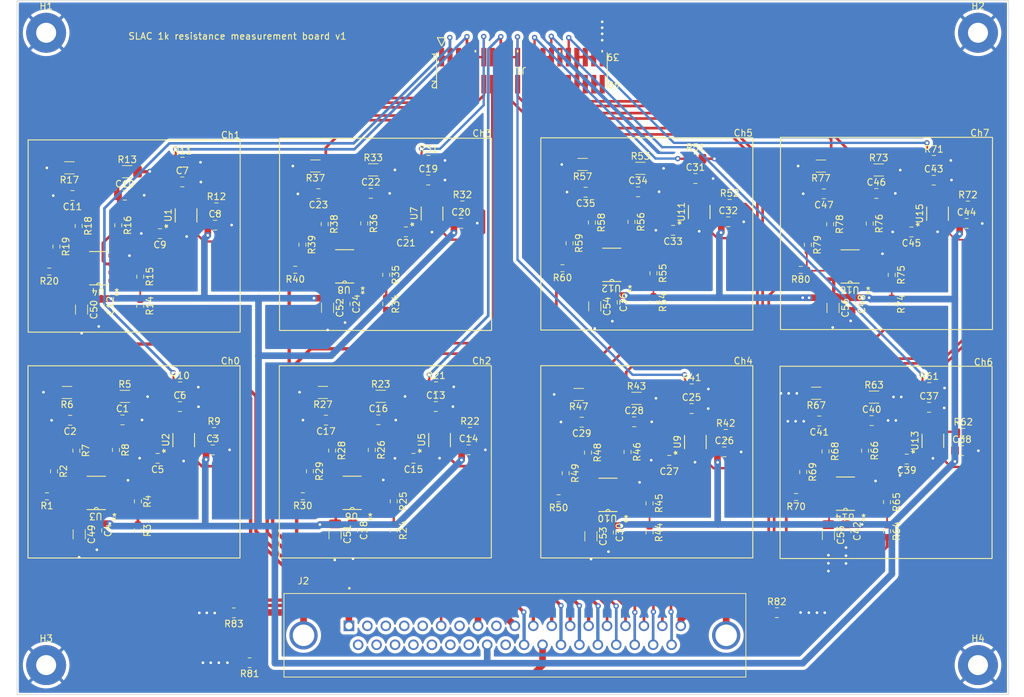
<source format=kicad_pcb>
(kicad_pcb (version 20221018) (generator pcbnew)

  (general
    (thickness 1.6)
  )

  (paper "A4")
  (layers
    (0 "F.Cu" signal)
    (31 "B.Cu" signal)
    (32 "B.Adhes" user "B.Adhesive")
    (33 "F.Adhes" user "F.Adhesive")
    (34 "B.Paste" user)
    (35 "F.Paste" user)
    (36 "B.SilkS" user "B.Silkscreen")
    (37 "F.SilkS" user "F.Silkscreen")
    (38 "B.Mask" user)
    (39 "F.Mask" user)
    (40 "Dwgs.User" user "User.Drawings")
    (41 "Cmts.User" user "User.Comments")
    (42 "Eco1.User" user "User.Eco1")
    (43 "Eco2.User" user "User.Eco2")
    (44 "Edge.Cuts" user)
    (45 "Margin" user)
    (46 "B.CrtYd" user "B.Courtyard")
    (47 "F.CrtYd" user "F.Courtyard")
    (48 "B.Fab" user)
    (49 "F.Fab" user)
    (50 "User.1" user)
    (51 "User.2" user)
    (52 "User.3" user)
    (53 "User.4" user)
    (54 "User.5" user)
    (55 "User.6" user)
    (56 "User.7" user)
    (57 "User.8" user)
    (58 "User.9" user)
  )

  (setup
    (stackup
      (layer "F.SilkS" (type "Top Silk Screen"))
      (layer "F.Paste" (type "Top Solder Paste"))
      (layer "F.Mask" (type "Top Solder Mask") (thickness 0.01))
      (layer "F.Cu" (type "copper") (thickness 0.035))
      (layer "dielectric 1" (type "core") (thickness 1.51) (material "FR4") (epsilon_r 4.5) (loss_tangent 0.02))
      (layer "B.Cu" (type "copper") (thickness 0.035))
      (layer "B.Mask" (type "Bottom Solder Mask") (thickness 0.01))
      (layer "B.Paste" (type "Bottom Solder Paste"))
      (layer "B.SilkS" (type "Bottom Silk Screen"))
      (copper_finish "None")
      (dielectric_constraints no)
    )
    (pad_to_mask_clearance 0)
    (pcbplotparams
      (layerselection 0x00010fc_ffffffff)
      (plot_on_all_layers_selection 0x0000000_00000000)
      (disableapertmacros false)
      (usegerberextensions false)
      (usegerberattributes true)
      (usegerberadvancedattributes true)
      (creategerberjobfile true)
      (dashed_line_dash_ratio 12.000000)
      (dashed_line_gap_ratio 3.000000)
      (svgprecision 4)
      (plotframeref false)
      (viasonmask false)
      (mode 1)
      (useauxorigin false)
      (hpglpennumber 1)
      (hpglpenspeed 20)
      (hpglpendiameter 15.000000)
      (dxfpolygonmode true)
      (dxfimperialunits true)
      (dxfusepcbnewfont true)
      (psnegative false)
      (psa4output false)
      (plotreference true)
      (plotvalue true)
      (plotinvisibletext false)
      (sketchpadsonfab false)
      (subtractmaskfromsilk false)
      (outputformat 1)
      (mirror false)
      (drillshape 1)
      (scaleselection 1)
      (outputdirectory "")
    )
  )

  (net 0 "")
  (net 1 "/InA_0")
  (net 2 "GND")
  (net 3 "/InB_0")
  (net 4 "Vs")
  (net 5 "Net-(U2-FILTER)")
  (net 6 "/2.5V_0")
  (net 7 "/2.5V_1")
  (net 8 "Net-(U1-FILTER)")
  (net 9 "/InA_1")
  (net 10 "/InB_1")
  (net 11 "/2.5V_2")
  (net 12 "Net-(U5-FILTER)")
  (net 13 "/InA_2")
  (net 14 "/InB_2")
  (net 15 "/2.5V_3")
  (net 16 "Net-(U7-FILTER)")
  (net 17 "/InA_3")
  (net 18 "/InB_3")
  (net 19 "/2.5V_4")
  (net 20 "Net-(U9-FILTER)")
  (net 21 "/InA_4")
  (net 22 "/InB_4")
  (net 23 "/2.5V_5")
  (net 24 "Net-(U11-FILTER)")
  (net 25 "/InA_5")
  (net 26 "/InB_5")
  (net 27 "/2.5V_6")
  (net 28 "Net-(U13-FILTER)")
  (net 29 "/InA_6")
  (net 30 "/InB_6")
  (net 31 "/2.5V_7")
  (net 32 "Net-(U15-FILTER)")
  (net 33 "/InA_7")
  (net 34 "/InB_7")
  (net 35 "/gnd")
  (net 36 "/N{slash}C")
  (net 37 "/AIN70")
  (net 38 "/AIN68")
  (net 39 "/AIN66")
  (net 40 "/Vmux-")
  (net 41 "/AIN62")
  (net 42 "/AIN61")
  (net 43 "/AIN59")
  (net 44 "/AIN57")
  (net 45 "/AIN55")
  (net 46 "/AIN53")
  (net 47 "/AIN51")
  (net 48 "/AIN49")
  (net 49 "/AIN71")
  (net 50 "/AIN69")
  (net 51 "/AIN67")
  (net 52 "/AIN65")
  (net 53 "/Vmux+")
  (net 54 "/AIN63")
  (net 55 "/AGND")
  (net 56 "/AIN60")
  (net 57 "/AIN58")
  (net 58 "/AIN56")
  (net 59 "/AIN54")
  (net 60 "/AIN52")
  (net 61 "/AIN50")
  (net 62 "/AIN48")
  (net 63 "Net-(U3-OUTB)")
  (net 64 "Net-(U3-INB-)")
  (net 65 "Net-(U3-OUTA)")
  (net 66 "Net-(U3-INA-)")
  (net 67 "Net-(U3-INB+)")
  (net 68 "Net-(U3-INA+)")
  (net 69 "Net-(U2-EN)")
  (net 70 "Net-(U1-EN)")
  (net 71 "Net-(U4-OUTA)")
  (net 72 "Net-(U4-INA-)")
  (net 73 "Net-(U4-INA+)")
  (net 74 "Net-(U4-INB+)")
  (net 75 "Net-(U4-INB-)")
  (net 76 "Net-(U4-OUTB)")
  (net 77 "Net-(U5-EN)")
  (net 78 "Net-(U6-OUTA)")
  (net 79 "Net-(U6-INA-)")
  (net 80 "Net-(U6-INA+)")
  (net 81 "Net-(U6-INB+)")
  (net 82 "Net-(U6-INB-)")
  (net 83 "Net-(U6-OUTB)")
  (net 84 "Net-(U7-EN)")
  (net 85 "Net-(U8-OUTA)")
  (net 86 "Net-(U8-INA-)")
  (net 87 "Net-(U8-INA+)")
  (net 88 "Net-(U8-INB+)")
  (net 89 "Net-(U8-INB-)")
  (net 90 "Net-(U8-OUTB)")
  (net 91 "Net-(U9-EN)")
  (net 92 "Net-(U10-OUTA)")
  (net 93 "Net-(U10-INA-)")
  (net 94 "Net-(U10-INA+)")
  (net 95 "Net-(U10-INB+)")
  (net 96 "Net-(U10-INB-)")
  (net 97 "Net-(U10-OUTB)")
  (net 98 "Net-(U11-EN)")
  (net 99 "Net-(U12-OUTA)")
  (net 100 "Net-(U12-INA-)")
  (net 101 "Net-(U12-INA+)")
  (net 102 "Net-(U12-INB+)")
  (net 103 "Net-(U12-INB-)")
  (net 104 "Net-(U12-OUTB)")
  (net 105 "Net-(U13-EN)")
  (net 106 "Net-(U14-OUTA)")
  (net 107 "Net-(U14-INA-)")
  (net 108 "Net-(U14-INA+)")
  (net 109 "Net-(U14-INB+)")
  (net 110 "Net-(U14-INB-)")
  (net 111 "Net-(U14-OUTB)")
  (net 112 "Net-(U15-EN)")
  (net 113 "Net-(U16-OUTA)")
  (net 114 "Net-(U16-INA-)")
  (net 115 "Net-(U16-INA+)")
  (net 116 "Net-(U16-INB+)")
  (net 117 "Net-(U16-INB-)")
  (net 118 "Net-(U16-OUTB)")
  (net 119 "/AIN64")

  (footprint "Resistor_SMD:R_1206_3216Metric_Pad1.30x1.75mm_HandSolder" (layer "F.Cu") (at 122.57945 105.0347 180))

  (footprint "Capacitor_SMD:C_0805_2012Metric_Pad1.18x1.45mm_HandSolder" (layer "F.Cu") (at 169.34085 109.4524))

  (footprint "Capacitor_SMD:C_0805_2012Metric_Pad1.18x1.45mm_HandSolder" (layer "F.Cu") (at 130.91065 109.1495))

  (footprint "Resistor_SMD:R_0805_2012Metric_Pad1.20x1.40mm_HandSolder" (layer "F.Cu") (at 111.5728 145.6436 180))

  (footprint "Resistor_SMD:R_1206_3216Metric_Pad1.30x1.75mm_HandSolder" (layer "F.Cu") (at 131.26625 105.6189))

  (footprint "Resistor_SMD:R_1206_3216Metric_Pad1.30x1.75mm_HandSolder" (layer "F.Cu") (at 170.28065 71.3632))

  (footprint "Capacitor_SMD:C_0805_2012Metric_Pad1.18x1.45mm_HandSolder" (layer "F.Cu") (at 165.48005 126.064 -90))

  (footprint "Capacitor_SMD:C_0805_2012Metric_Pad1.18x1.45mm_HandSolder" (layer "F.Cu") (at 106.023648 113.669399))

  (footprint "Capacitor_SMD:C_1206_3216Metric_Pad1.33x1.80mm_HandSolder" (layer "F.Cu") (at 123.279349 92.3182 -90))

  (footprint "Resistor_SMD:R_0603_1608Metric_Pad0.98x0.95mm_HandSolder" (layer "F.Cu") (at 159.63805 82.6154 -90))

  (footprint "DownloadedParts:D8" (layer "F.Cu") (at 165.40385 120.4252 180))

  (footprint "Capacitor_SMD:C_0805_2012Metric_Pad1.18x1.45mm_HandSolder" (layer "F.Cu") (at 197.1548 109.3216 180))

  (footprint "Resistor_SMD:R_0603_1608Metric_Pad0.98x0.95mm_HandSolder" (layer "F.Cu") (at 123.97645 113.7723 -90))

  (footprint "Resistor_SMD:R_0603_1608Metric_Pad0.98x0.95mm_HandSolder" (layer "F.Cu") (at 204.7349 79.660824 -90))

  (footprint "DownloadedParts:D8" (layer "F.Cu") (at 201.0918 120.2436 180))

  (footprint "Resistor_SMD:R_0603_1608Metric_Pad0.98x0.95mm_HandSolder" (layer "F.Cu") (at 118.426049 86.6032 180))

  (footprint "Capacitor_SMD:C_0805_2012Metric_Pad1.18x1.45mm_HandSolder" (layer "F.Cu") (at 125.920949 91.734 -90))

  (footprint "Capacitor_SMD:C_0805_2012Metric_Pad1.18x1.45mm_HandSolder" (layer "F.Cu") (at 101.121448 104.195199))

  (footprint "DownloadedParts:D8" (layer "F.Cu") (at 88.533249 120.133699 180))

  (footprint "Capacitor_SMD:C_0805_2012Metric_Pad1.18x1.45mm_HandSolder" (layer "F.Cu") (at 92.470249 109.160899))

  (footprint "Capacitor_SMD:C_0805_2012Metric_Pad1.18x1.45mm_HandSolder" (layer "F.Cu") (at 84.951701 75.4507 180))

  (footprint "DownloadedParts:D8" (layer "F.Cu") (at 165.98805 85.8666 180))

  (footprint "Capacitor_SMD:C_0805_2012Metric_Pad1.18x1.45mm_HandSolder" (layer "F.Cu") (at 127.04985 125.7611 -90))

  (footprint "Resistor_SMD:R_0603_1608Metric_Pad0.98x0.95mm_HandSolder" (layer "F.Cu") (at 162.99085 79.5166 -90))

  (footprint "Resistor_SMD:R_0603_1608Metric_Pad0.98x0.95mm_HandSolder" (layer "F.Cu") (at 85.536049 113.783699 -90))

  (footprint "Capacitor_SMD:C_1206_3216Metric_Pad1.33x1.80mm_HandSolder" (layer "F.Cu") (at 198.5264 126.4666 -90))

  (footprint "Capacitor_SMD:C_0805_2012Metric_Pad1.18x1.45mm_HandSolder" (layer "F.Cu") (at 135.054748 80.9009 180))

  (footprint "Capacitor_SMD:C_0805_2012Metric_Pad1.18x1.45mm_HandSolder" (layer "F.Cu") (at 178.576249 69.9281))

  (footprint "Capacitor_SMD:C_0805_2012Metric_Pad1.18x1.45mm_HandSolder" (layer "F.Cu") (at 214.351299 73.145724))

  (footprint "Capacitor_SMD:C_0805_2012Metric_Pad1.18x1.45mm_HandSolder" (layer "F.Cu") (at 138.432948 70.1567))

  (footprint "Resistor_SMD:R_0603_1608Metric_Pad0.98x0.95mm_HandSolder" (layer "F.Cu") (at 119.494749 82.844 -90))

  (footprint "Capacitor_SMD:C_1206_3216Metric_Pad1.33x1.80mm_HandSolder" (layer "F.Cu") (at 199.2231 92.335424 -90))

  (footprint "Capacitor_SMD:C_0805_2012Metric_Pad1.18x1.45mm_HandSolder" (layer "F.Cu") (at 144.464049 113.658))

  (footprint "Resistor_SMD:R_0603_1608Metric_Pad0.98x0.95mm_HandSolder" (layer "F.Cu") (at 82.183249 116.882499 -90))

  (footprint "Capacitor_SMD:C_0805_2012Metric_Pad1.18x1.45mm_HandSolder" (layer "F.Cu") (at 213.679999 104.3051))

  (footprint "Capacitor_SMD:C_0805_2012Metric_Pad1.18x1.45mm_HandSolder" (layer "F.Cu") (at 161.46685 109.5032 180))

  (footprint "Capacitor_SMD:C_0805_2012Metric_Pad1.18x1.45mm_HandSolder" (layer "F.Cu") (at 97.743248 114.939399 180))

  (footprint "Resistor_SMD:R_0603_1608Metric_Pad0.98x0.95mm_HandSolder" (layer "F.Cu") (at 159.05385 117.174 -90))

  (footprint "Capacitor_SMD:C_0805_2012Metric_Pad1.18x1.45mm_HandSolder" (layer "F.Cu") (at 144.667249 111.0418))

  (footprint "Capacitor_SMD:C_0805_2012Metric_Pad1.18x1.45mm_HandSolder" (layer "F.Cu") (at 183.097449 111.3447))

  (footprint "Resistor_SMD:R_1206_3216Metric_Pad1.30x1.75mm_HandSolder" (layer "F.Cu") (at 84.139049 105.046099 180))

  (footprint "Resistor_SMD:R_0603_1608Metric_Pad0.98x0.95mm_HandSolder" (layer "F.Cu") (at 91.835101 79.9211 -90))

  (footprint "DownloadedParts:MAX6070" (layer "F.Cu") (at 140.10545 112.19115 90))

  (footprint "Resistor_SMD:R_0603_1608Metric_Pad0.98x0.95mm_HandSolder" (layer "F.Cu") (at 94.781649 125.774399 -90))

  (footprint "Capacitor_SMD:C_0805_2012Metric_Pad1.18x1.45mm_HandSolder" (layer "F.Cu")
    (tstamp 423d446d-8eb8-4e8a-bb7f-1f421453b5a9)
    (at 183.681649 76.7861)
    (descr "Capacitor SMD 0805 (2012 Metric), square (rectangular) end terminal, IPC_7351 nominal with elongated pad for handsoldering. (Body size source: IPC-SM-782 page 76, https://www.pcb-3d.com/wordpress/wp-content/uploads/ipc-sm-782a_amendment_1_and_2.pdf, https://docs.google.com/spreadsheets/d/1BsfQQcO9C6DZCsRaXUlFlo91Tg2WpOkGARC1WS5S8t0/edit?usp=sharing), generated with kicad-footprint-generator")
    (tags "capacitor handsolder")
    (property "Sheetfile" "Resistance measurement.kicad_sch")
    (property "Sheetname" "Resistance measurement5")
    (property "ki_description" "Resistor")
    (property "ki_keywords" "R res resistor")
    (path "/93253dda-e3f1-4aab-9adb-c3b9ce3fda91/8df2d346-e631-4c7b-8193-07adada2d59b")
    (attr smd)
    (fp_text reference "R52" (at 0 -1.68) (layer "F.SilkS")
        (effects (font (size 1 1) (thickness 0.15)))
      (tstamp 87f73a8d-422b-4793-b308-4231c7c450ee)
    )
    (fp_text value "10k" (at 0 1.68) (layer "F.Fab")
        (effects (font (size 1 1) (thickness 0.15)))
      (tstamp a13afdd7-bb5a-4619-af2a-e641fa1075fe)
    )
    (fp_text user "${REFERENCE}" (at 0 0) (layer "F.Fab")
        (effects (font (size 0.5 0.5) (thickness 0.08)))
      (tstamp 7150dc19-a357-4ea0-9101-
... [850564 chars truncated]
</source>
